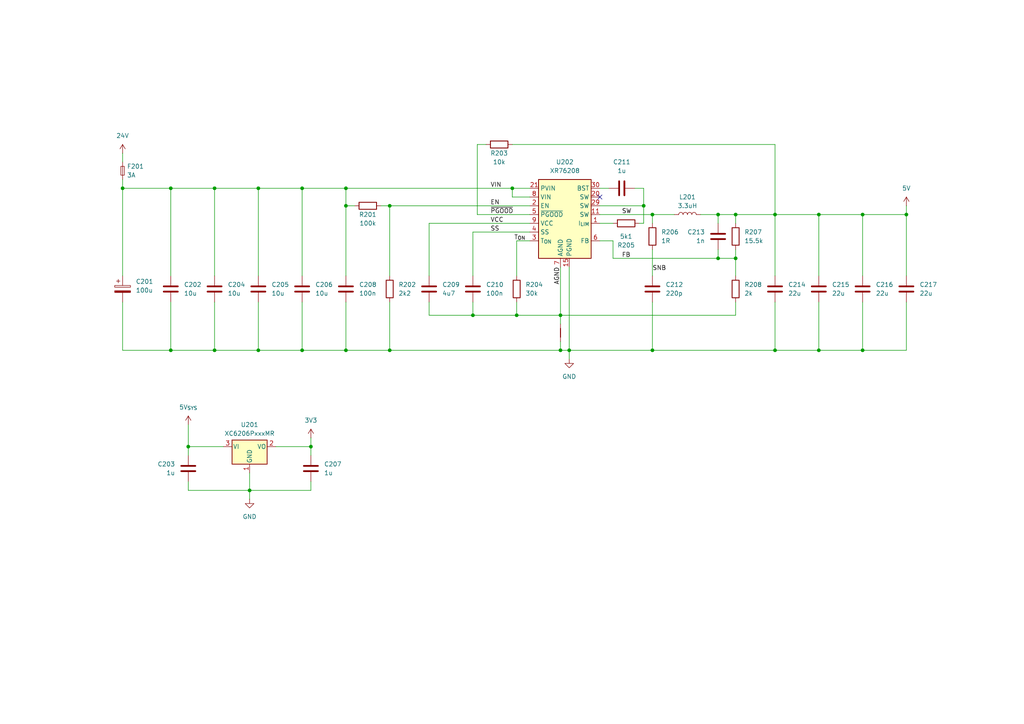
<source format=kicad_sch>
(kicad_sch (version 20250114) (generator "eeschema") (generator_version "9.0")
  (paper "A4")
  (title_block (title "EWS - Power, CANbus and USB HAT for 3D Printers") (date "2025-12-04") (rev "0.1") (company "Eduard Iten"))
  (lib_symbols
    (symbol "Device:C" (pin_numbers (hide yes)) (pin_names (offset 0.254))
      (property "Reference" "C" (at 0.635 2.54 0))
      (property "Value" "C" (at 0.635 -2.54 0))
      (symbol "C_0_1"
        (polyline (pts (xy -2.032 0.762) (xy 2.032 0.762)) (stroke (width 0.508)))
        (polyline (pts (xy -2.032 -0.762) (xy 2.032 -0.762)) (stroke (width 0.508)))
      )
      (symbol "C_1_1"
        (pin passive line (at 0 3.81 270) (length 2.794) (name "~") (number "1"))
        (pin passive line (at 0 -3.81 90) (length 2.794) (name "~") (number "2"))
      )
    )
    (symbol "Device:C_Polarized" (pin_numbers (hide yes)) (pin_names (offset 0.254))
      (property "Reference" "C" (at 0.635 2.54 0))
      (property "Value" "C_Polarized" (at 0.635 -2.54 0))
      (symbol "C_Polarized_0_1"
        (rectangle (start -2.286 0.508) (end 2.286 1.016))
        (polyline (pts (xy -1.778 2.286) (xy -0.762 2.286)))
        (polyline (pts (xy -1.27 2.794) (xy -1.27 1.778)))
        (rectangle (start 2.286 -0.508) (end -2.286 -1.016) (fill (type outline)))
      )
      (symbol "C_Polarized_1_1"
        (pin passive line (at 0 3.81 270) (length 2.794) (name "~") (number "1"))
        (pin passive line (at 0 -3.81 90) (length 2.794) (name "~") (number "2"))
      )
    )
    (symbol "Device:Fuse_Small" (pin_numbers (hide yes)) (pin_names (offset 0.254) (hide yes))
      (property "Reference" "F" (at 0 -1.524 0))
      (property "Value" "Fuse_Small" (at 0 1.524 0))
      (symbol "Fuse_Small_0_1"
        (rectangle (start -1.27 0.508) (end 1.27 -0.508))
        (polyline (pts (xy -1.27 0) (xy 1.27 0)))
      )
      (symbol "Fuse_Small_1_1"
        (pin passive line (at -2.54 0 0) (length 1.27) (name "~") (number "1"))
        (pin passive line (at 2.54 0 180) (length 1.27) (name "~") (number "2"))
      )
    )
    (symbol "Device:L" (pin_numbers (hide yes)) (pin_names (offset 1.016) (hide yes))
      (property "Reference" "L" (at -1.27 0 90))
      (property "Value" "L" (at 1.905 0 90))
      (symbol "L_0_1"
        (arc (start 0 2.54) (mid 0.6323 1.905) (end 0 1.27))
        (arc (start 0 1.27) (mid 0.6323 0.635) (end 0 0))
        (arc (start 0 0) (mid 0.6323 -0.635) (end 0 -1.27))
        (arc (start 0 -1.27) (mid 0.6323 -1.905) (end 0 -2.54))
      )
      (symbol "L_1_1"
        (pin passive line (at 0 3.81 270) (length 1.27) (name "1") (number "1"))
        (pin passive line (at 0 -3.81 90) (length 1.27) (name "2") (number "2"))
      )
    )
    (symbol "Device:NetTie_2" (pin_numbers (hide yes)) (pin_names (offset 0) (hide yes)) (in_bom no)
      (property "Reference" "NT" (at 0 1.27 0))
      (property "Value" "NetTie_2" (at 0 -1.27 0))
      (symbol "NetTie_2_0_1"
        (polyline (pts (xy -1.27 0) (xy 1.27 0)) (stroke (width 0.254)))
      )
      (symbol "NetTie_2_1_1"
        (pin passive line (at -2.54 0 0) (length 2.54) (name "1") (number "1"))
        (pin passive line (at 2.54 0 180) (length 2.54) (name "2") (number "2"))
      )
    )
    (symbol "Device:R" (pin_numbers (hide yes)) (pin_names (offset 0))
      (property "Reference" "R" (at 2.032 0 90))
      (property "Value" "R" (at 0 0 90))
      (symbol "R_0_1"
        (rectangle (start -1.016 -2.54) (end 1.016 2.54) (stroke (width 0.254)))
      )
      (symbol "R_1_1"
        (pin passive line (at 0 3.81 270) (length 1.27) (name "~") (number "1"))
        (pin passive line (at 0 -3.81 90) (length 1.27) (name "~") (number "2"))
      )
    )
    (symbol "Regulator_Linear:XC6206PxxxMR" (pin_names (offset 0.254))
      (property "Reference" "U" (at -3.81 3.175 0))
      (property "Value" "XC6206PxxxMR" (at 0 3.175 0))
      (symbol "XC6206PxxxMR_0_1"
        (rectangle (start -5.08 1.905) (end 5.08 -5.08) (stroke (width 0.254)) (fill (type background)))
      )
      (symbol "XC6206PxxxMR_1_1"
        (pin power_in line (at -7.62 0 0) (length 2.54) (name "VI") (number "3"))
        (pin power_in line (at 0 -7.62 90) (length 2.54) (name "GND") (number "1"))
        (pin power_out line (at 7.62 0 180) (length 2.54) (name "VO") (number "2"))
      )
    )
    (symbol "power:+24V" (power) (pin_numbers (hide yes)) (pin_names (offset 0) (hide yes))
      (property "Value" "+24V" (at 0 3.556 0))
      (symbol "+24V_0_1"
        (polyline (pts (xy -0.762 1.27) (xy 0 2.54)))
        (polyline (pts (xy 0 2.54) (xy 0.762 1.27)))
        (polyline (pts (xy 0 0) (xy 0 2.54)))
      )
      (symbol "+24V_1_1"
        (pin power_in line (at 0 0 90) (length 0) (name "~") (number "1"))
      )
    )
    (symbol "power:+3.3V" (power) (pin_numbers (hide yes)) (pin_names (offset 0) (hide yes))
      (property "Value" "+3.3V" (at 0 3.556 0))
      (symbol "+3.3V_0_1"
        (polyline (pts (xy -0.762 1.27) (xy 0 2.54)))
        (polyline (pts (xy 0 2.54) (xy 0.762 1.27)))
        (polyline (pts (xy 0 0) (xy 0 2.54)))
      )
      (symbol "+3.3V_1_1"
        (pin power_in line (at 0 0 90) (length 0) (name "~") (number "1"))
      )
    )
    (symbol "power:+5V" (power) (pin_numbers (hide yes)) (pin_names (offset 0) (hide yes))
      (property "Value" "+5V" (at 0 3.556 0))
      (symbol "+5V_0_1"
        (polyline (pts (xy -0.762 1.27) (xy 0 2.54)))
        (polyline (pts (xy 0 2.54) (xy 0.762 1.27)))
        (polyline (pts (xy 0 0) (xy 0 2.54)))
      )
      (symbol "+5V_1_1"
        (pin power_in line (at 0 0 90) (length 0) (name "~") (number "1"))
      )
    )
    (symbol "power:GND" (power) (pin_numbers (hide yes)) (pin_names (offset 0) (hide yes))
      (property "Value" "GND" (at 0 -3.81 0))
      (symbol "GND_0_1"
        (polyline (pts (xy 0 0) (xy 0 -1.27) (xy 1.27 -1.27) (xy 0 -2.54) (xy -1.27 -1.27) (xy 0 -1.27)))
      )
      (symbol "GND_1_1"
        (pin power_in line (at 0 0 270) (length 0) (name "~") (number "1"))
      )
    )
    (symbol "project:XR76208"
      (property "Reference" "U" (at 0 15.24 0))
      (property "Value" "XR76208" (at 0 12.7 0))
      (symbol "XR76208_1_1"
        (rectangle (start -7.62 11.43) (end 7.62 -11.43) (stroke (width 0.254)) (fill (type background)))
        (pin power_in line (at -10.16 8.89 0) (length 2.54) (name "PVIN") (number "21"))
        (pin passive line (at -10.16 8.89 0) (length 2.54) (hide yes) (name "PVIN") (number "22"))
        (pin passive line (at -10.16 8.89 0) (length 2.54) (hide yes) (name "PVIN") (number "23"))
        (pin passive line (at -10.16 8.89 0) (length 2.54) (hide yes) (name "PVIN") (number "24"))
        (pin passive line (at -10.16 8.89 0) (length 2.54) (hide yes) (name "PVIN") (number "25"))
        (pin passive line (at -10.16 8.89 0) (length 2.54) (hide yes) (name "PVIN") (number "26"))
        (pin passive line (at -10.16 8.89 0) (length 2.54) (hide yes) (name "PVIN") (number "27"))
        (pin passive line (at -10.16 8.89 0) (length 2.54) (hide yes) (name "PVIN") (number "28"))
        (pin power_in line (at -10.16 6.35 0) (length 2.54) (name "VIN") (number "8"))
        (pin passive line (at -10.16 3.81 0) (length 2.54) (name "EN") (number "2"))
        (pin passive line (at -10.16 1.27 0) (length 2.54) (name "~{PGOOD}") (number "5"))
        (pin passive line (at -10.16 -1.27 0) (length 2.54) (name "VCC") (number "9"))
        (pin passive line (at -10.16 -3.81 0) (length 2.54) (name "SS") (number "4"))
        (pin passive line (at -10.16 -6.35 0) (length 2.54) (name "T_{ON}") (number "3"))
        (pin passive line (at -1.27 -13.97 90) (length 2.54) (hide yes) (name "AGND") (number "10"))
        (pin passive line (at -1.27 -13.97 90) (length 2.54) (hide yes) (name "AGND") (number "31"))
        (pin passive line (at -1.27 -13.97 90) (length 2.54) (name "AGND") (number "7"))
        (pin passive line (at 1.27 -13.97 90) (length 2.54) (name "PGND") (number "15"))
        (pin passive line (at 1.27 -13.97 90) (length 2.54) (hide yes) (name "PGND") (number "16"))
        (pin passive line (at 1.27 -13.97 90) (length 2.54) (hide yes) (name "PGND") (number "17"))
        (pin passive line (at 1.27 -13.97 90) (length 2.54) (hide yes) (name "PGND") (number "18"))
        (pin passive line (at 1.27 -13.97 90) (length 2.54) (hide yes) (name "PGND") (number "19"))
        (pin passive line (at 10.16 8.89 180) (length 2.54) (name "BST") (number "30"))
        (pin passive line (at 10.16 6.35 180) (length 2.54) (name "SW") (number "20"))
        (pin power_out line (at 10.16 3.81 180) (length 2.54) (name "SW") (number "29"))
        (pin passive line (at 10.16 1.27 180) (length 2.54) (name "SW") (number "11"))
        (pin passive line (at 10.16 1.27 180) (length 2.54) (hide yes) (name "SW") (number "12"))
        (pin passive line (at 10.16 1.27 180) (length 2.54) (hide yes) (name "SW") (number "13"))
        (pin passive line (at 10.16 1.27 180) (length 2.54) (hide yes) (name "SW") (number "14"))
        (pin passive line (at 10.16 -1.27 180) (length 2.54) (name "I_{LIM}") (number "1"))
        (pin passive line (at 10.16 -6.35 180) (length 2.54) (name "FB") (number "6"))
      )
    )
  )
  (junction (at 113.03 59.69))
  (junction (at 54.61 129.54))
  (junction (at 74.93 54.61))
  (junction (at 90.17 129.54))
  (junction (at 74.93 101.6))
  (junction (at 250.19 62.23))
  (junction (at 62.23 54.61))
  (junction (at 262.89 62.23))
  (junction (at 62.23 101.6))
  (junction (at 149.86 91.44))
  (junction (at 237.49 101.6))
  (junction (at 224.79 101.6))
  (junction (at 137.16 91.44))
  (junction (at 49.53 54.61))
  (junction (at 224.79 62.23))
  (junction (at 186.69 59.69))
  (junction (at 162.56 91.44))
  (junction (at 100.33 54.61))
  (junction (at 87.63 101.6))
  (junction (at 87.63 54.61))
  (junction (at 213.36 74.93))
  (junction (at 100.33 101.6))
  (junction (at 237.49 62.23))
  (junction (at 49.53 101.6))
  (junction (at 113.03 101.6))
  (junction (at 35.56 54.61))
  (junction (at 148.59 54.61))
  (junction (at 72.39 142.24))
  (junction (at 162.56 101.6))
  (junction (at 250.19 101.6))
  (junction (at 100.33 59.69))
  (junction (at 189.23 101.6))
  (junction (at 165.1 101.6))
  (junction (at 208.28 74.93))
  (junction (at 208.28 62.23))
  (junction (at 213.36 62.23))
  (junction (at 189.23 62.23))
  (no_connect (at 173.99 57.15))
  (wire (pts (xy 35.56 101.6) (xy 49.53 101.6)))
  (wire (pts (xy 137.16 67.31) (xy 153.67 67.31)))
  (wire (pts (xy 250.19 62.23) (xy 237.49 62.23)))
  (wire (pts (xy 80.01 129.54) (xy 90.17 129.54)))
  (wire (pts (xy 189.23 101.6) (xy 224.79 101.6)))
  (wire (pts (xy 113.03 87.63) (xy 113.03 101.6)))
  (wire (pts (xy 208.28 62.23) (xy 213.36 62.23)))
  (wire (pts (xy 224.79 101.6) (xy 237.49 101.6)))
  (wire (pts (xy 213.36 87.63) (xy 213.36 91.44)))
  (wire (pts (xy 149.86 91.44) (xy 149.86 87.63)))
  (wire (pts (xy 35.56 87.63) (xy 35.56 101.6)))
  (wire (pts (xy 262.89 87.63) (xy 262.89 101.6)))
  (wire (pts (xy 72.39 142.24) (xy 90.17 142.24)))
  (wire (pts (xy 54.61 123.19) (xy 54.61 129.54)))
  (wire (pts (xy 74.93 54.61) (xy 74.93 80.01)))
  (wire (pts (xy 189.23 72.39) (xy 189.23 80.01)))
  (wire (pts (xy 148.59 41.91) (xy 224.79 41.91)))
  (wire (pts (xy 203.2 62.23) (xy 208.28 62.23)))
  (wire (pts (xy 110.49 59.69) (xy 113.03 59.69)))
  (wire (pts (xy 208.28 74.93) (xy 213.36 74.93)))
  (wire (pts (xy 35.56 54.61) (xy 49.53 54.61)))
  (wire (pts (xy 49.53 54.61) (xy 49.53 80.01)))
  (wire (pts (xy 54.61 139.7) (xy 54.61 142.24)))
  (wire (pts (xy 262.89 59.69) (xy 262.89 62.23)))
  (wire (pts (xy 173.99 62.23) (xy 189.23 62.23)))
  (wire (pts (xy 62.23 80.01) (xy 62.23 54.61)))
  (wire (pts (xy 35.56 44.45) (xy 35.56 46.99)))
  (wire (pts (xy 137.16 87.63) (xy 137.16 91.44)))
  (wire (pts (xy 72.39 142.24) (xy 72.39 144.78)))
  (wire (pts (xy 189.23 62.23) (xy 189.23 64.77)))
  (wire (pts (xy 100.33 101.6) (xy 113.03 101.6)))
  (wire (pts (xy 250.19 87.63) (xy 250.19 101.6)))
  (wire (pts (xy 49.53 101.6) (xy 62.23 101.6)))
  (wire (pts (xy 149.86 69.85) (xy 149.86 80.01)))
  (wire (pts (xy 137.16 91.44) (xy 149.86 91.44)))
  (wire (pts (xy 262.89 62.23) (xy 250.19 62.23)))
  (wire (pts (xy 49.53 87.63) (xy 49.53 101.6)))
  (wire (pts (xy 250.19 80.01) (xy 250.19 62.23)))
  (wire (pts (xy 149.86 69.85) (xy 153.67 69.85)))
  (wire (pts (xy 90.17 127) (xy 90.17 129.54)))
  (wire (pts (xy 162.56 91.44) (xy 162.56 93.98)))
  (wire (pts (xy 162.56 101.6) (xy 165.1 101.6)))
  (wire (pts (xy 237.49 62.23) (xy 224.79 62.23)))
  (wire (pts (xy 165.1 77.47) (xy 165.1 101.6)))
  (wire (pts (xy 186.69 54.61) (xy 186.69 59.69)))
  (wire (pts (xy 208.28 62.23) (xy 208.28 64.77)))
  (wire (pts (xy 35.56 52.07) (xy 35.56 54.61)))
  (wire (pts (xy 148.59 57.15) (xy 153.67 57.15)))
  (wire (pts (xy 100.33 54.61) (xy 100.33 59.69)))
  (wire (pts (xy 208.28 72.39) (xy 208.28 74.93)))
  (wire (pts (xy 262.89 101.6) (xy 250.19 101.6)))
  (wire (pts (xy 100.33 87.63) (xy 100.33 101.6)))
  (wire (pts (xy 74.93 54.61) (xy 87.63 54.61)))
  (wire (pts (xy 162.56 91.44) (xy 149.86 91.44)))
  (wire (pts (xy 54.61 142.24) (xy 72.39 142.24)))
  (wire (pts (xy 177.8 74.93) (xy 177.8 69.85)))
  (wire (pts (xy 87.63 54.61) (xy 87.63 80.01)))
  (wire (pts (xy 74.93 87.63) (xy 74.93 101.6)))
  (wire (pts (xy 184.15 54.61) (xy 186.69 54.61)))
  (wire (pts (xy 162.56 99.06) (xy 162.56 101.6)))
  (wire (pts (xy 177.8 74.93) (xy 208.28 74.93)))
  (wire (pts (xy 213.36 62.23) (xy 224.79 62.23)))
  (wire (pts (xy 224.79 62.23) (xy 224.79 80.01)))
  (wire (pts (xy 124.46 64.77) (xy 153.67 64.77)))
  (wire (pts (xy 54.61 129.54) (xy 54.61 132.08)))
  (wire (pts (xy 35.56 80.01) (xy 35.56 54.61)))
  (wire (pts (xy 237.49 80.01) (xy 237.49 62.23)))
  (wire (pts (xy 87.63 54.61) (xy 100.33 54.61)))
  (wire (pts (xy 113.03 101.6) (xy 162.56 101.6)))
  (wire (pts (xy 213.36 62.23) (xy 213.36 64.77)))
  (wire (pts (xy 49.53 54.61) (xy 62.23 54.61)))
  (wire (pts (xy 124.46 80.01) (xy 124.46 64.77)))
  (wire (pts (xy 237.49 87.63) (xy 237.49 101.6)))
  (wire (pts (xy 100.33 80.01) (xy 100.33 59.69)))
  (wire (pts (xy 148.59 57.15) (xy 148.59 54.61)))
  (wire (pts (xy 124.46 91.44) (xy 137.16 91.44)))
  (wire (pts (xy 237.49 101.6) (xy 250.19 101.6)))
  (wire (pts (xy 213.36 91.44) (xy 162.56 91.44)))
  (wire (pts (xy 87.63 87.63) (xy 87.63 101.6)))
  (wire (pts (xy 138.43 62.23) (xy 138.43 41.91)))
  (wire (pts (xy 90.17 142.24) (xy 90.17 139.7)))
  (wire (pts (xy 100.33 54.61) (xy 148.59 54.61)))
  (wire (pts (xy 62.23 87.63) (xy 62.23 101.6)))
  (wire (pts (xy 138.43 41.91) (xy 140.97 41.91)))
  (wire (pts (xy 262.89 80.01) (xy 262.89 62.23)))
  (wire (pts (xy 102.87 59.69) (xy 100.33 59.69)))
  (wire (pts (xy 224.79 41.91) (xy 224.79 62.23)))
  (wire (pts (xy 177.8 69.85) (xy 173.99 69.85)))
  (wire (pts (xy 162.56 77.47) (xy 162.56 91.44)))
  (wire (pts (xy 62.23 54.61) (xy 74.93 54.61)))
  (wire (pts (xy 189.23 62.23) (xy 195.58 62.23)))
  (wire (pts (xy 62.23 101.6) (xy 74.93 101.6)))
  (wire (pts (xy 173.99 59.69) (xy 186.69 59.69)))
  (wire (pts (xy 87.63 101.6) (xy 100.33 101.6)))
  (wire (pts (xy 54.61 129.54) (xy 64.77 129.54)))
  (wire (pts (xy 213.36 74.93) (xy 213.36 80.01)))
  (wire (pts (xy 185.42 64.77) (xy 186.69 64.77)))
  (wire (pts (xy 74.93 101.6) (xy 87.63 101.6)))
  (wire (pts (xy 138.43 62.23) (xy 153.67 62.23)))
  (wire (pts (xy 165.1 101.6) (xy 165.1 104.14)))
  (wire (pts (xy 137.16 80.01) (xy 137.16 67.31)))
  (wire (pts (xy 124.46 87.63) (xy 124.46 91.44)))
  (wire (pts (xy 113.03 59.69) (xy 113.03 80.01)))
  (wire (pts (xy 224.79 87.63) (xy 224.79 101.6)))
  (wire (pts (xy 148.59 54.61) (xy 153.67 54.61)))
  (wire (pts (xy 165.1 101.6) (xy 189.23 101.6)))
  (wire (pts (xy 173.99 64.77) (xy 177.8 64.77)))
  (wire (pts (xy 213.36 72.39) (xy 213.36 74.93)))
  (wire (pts (xy 90.17 132.08) (xy 90.17 129.54)))
  (wire (pts (xy 173.99 54.61) (xy 176.53 54.61)))
  (wire (pts (xy 186.69 64.77) (xy 186.69 59.69)))
  (wire (pts (xy 113.03 59.69) (xy 153.67 59.69)))
  (wire (pts (xy 72.39 137.16) (xy 72.39 142.24)))
  (wire (pts (xy 189.23 87.63) (xy 189.23 101.6)))
  (label "FB" (at 180.34 74.93 0))
  (label "~{PGOOD}" (at 142.24 62.23 0))
  (label "SW" (at 180.34 62.23 0))
  (label "VCC" (at 142.24 64.77 0))
  (label "VIN" (at 142.24 54.61 0))
  (label "EN" (at 142.24 59.69 0))
  (label "AGND" (at 162.56 82.55 90))
  (label "SS" (at 142.24 67.31 0))
  (label "T_{ON}" (at 152.4 69.85 180))
  (label "SNB" (at 189.23 78.74 0))
  (symbol (lib_id "Device:C") (at 74.93 83.82 0) (unit 1)
    (property "Reference" "C205" (at 78.74 82.5499 0) (effects (justify left)))
    (property "Value" "10u" (at 78.74 85.0899 0) (effects (justify left)))
    (property "Footprint" "Capacitor_SMD:C_1206_3216Metric" (effects (hide yes)))
    (property "Description" "Unpolarized capacitor" (effects (hide yes)))
    (property "Manufacturer Part #" "CL31A106KBHNNNE" (effects (hide yes)))
    (property "LCSC Part #" "C13585" (effects (hide yes)))
  )
  (symbol (lib_id "Device:R") (at 213.36 68.58 0) (unit 1)
    (property "Reference" "R207" (at 215.9 67.3099 0) (effects (justify left)))
    (property "Value" "15.5k" (at 215.9 69.8499 0) (effects (justify left)))
    (property "Footprint" "Resistor_SMD:R_0402_1005Metric" (effects (hide yes)))
    (property "Description" "Resistor" (effects (hide yes)))
  )
  (symbol (lib_id "Device:NetTie_2") (at 162.56 96.52 90) (unit 1) (in_bom no)
    (property "Reference" "NT201" (effects (hide yes)))
    (property "Value" "NetTie_2" (effects (hide yes)))
    (property "Footprint" "NetTie:NetTie-2_SMD_Pad0.5mm" (effects (hide yes)))
    (property "Description" "Net tie, 2 pins" (effects (hide yes)))
  )
  (symbol (lib_id "Device:R") (at 113.03 83.82 0) (unit 1)
    (property "Reference" "R202" (at 115.57 82.5499 0) (effects (justify left)))
    (property "Value" "2k2" (at 115.57 85.0899 0) (effects (justify left)))
    (property "Footprint" "Resistor_SMD:R_0402_1005Metric" (effects (hide yes)))
    (property "Description" "Resistor" (effects (hide yes)))
  )
  (symbol (lib_id "Device:C") (at 62.23 83.82 0) (unit 1)
    (property "Reference" "C204" (at 66.04 82.5499 0) (effects (justify left)))
    (property "Value" "10u" (at 66.04 85.0899 0) (effects (justify left)))
    (property "Footprint" "Capacitor_SMD:C_1206_3216Metric" (effects (hide yes)))
    (property "Description" "Unpolarized capacitor" (effects (hide yes)))
    (property "Manufacturer Part #" "CL31A106KBHNNNE" (effects (hide yes)))
    (property "LCSC Part #" "C13585" (effects (hide yes)))
  )
  (symbol (lib_id "power:+24V") (at 35.56 44.45 0) (unit 1)
    (property "Reference" "#PWR0201" (effects (hide yes)))
    (property "Value" "24V" (at 35.56 39.37 0))
    (property "Description" "Power symbol creates a global label with name \"+24V\"" (effects (hide yes)))
  )
  (symbol (lib_id "Device:C") (at 224.79 83.82 0) (unit 1)
    (property "Reference" "C214" (at 228.6 82.5499 0) (effects (justify left)))
    (property "Value" "22u" (at 228.6 85.0899 0) (effects (justify left)))
    (property "Footprint" "Capacitor_SMD:C_1206_3216Metric" (effects (hide yes)))
    (property "Description" "Unpolarized capacitor" (effects (hide yes)))
  )
  (symbol (lib_id "Device:C") (at 87.63 83.82 0) (unit 1)
    (property "Reference" "C206" (at 91.44 82.5499 0) (effects (justify left)))
    (property "Value" "10u" (at 91.44 85.0899 0) (effects (justify left)))
    (property "Footprint" "Capacitor_SMD:C_1206_3216Metric" (effects (hide yes)))
    (property "Description" "Unpolarized capacitor" (effects (hide yes)))
    (property "Manufacturer Part #" "CL31A106KBHNNNE" (effects (hide yes)))
    (property "LCSC Part #" "C13585" (effects (hide yes)))
  )
  (symbol (lib_id "Device:R") (at 181.61 64.77 270) (unit 1)
    (property "Reference" "R205" (at 181.61 71.12 90))
    (property "Value" "5k1" (at 181.61 68.58 90))
    (property "Footprint" "Resistor_SMD:R_0402_1005Metric" (effects (hide yes)))
    (property "Description" "Resistor" (effects (hide yes)))
  )
  (symbol (lib_id "Device:C_Polarized") (at 35.56 83.82 0) (unit 1)
    (property "Reference" "C201" (at 39.37 81.6609 0) (effects (justify left)))
    (property "Value" "100u" (at 39.37 84.2009 0) (effects (justify left)))
    (property "Footprint" "Capacitor_SMD:CP_Elec_6.3x7.7" (effects (hide yes)))
    (property "Description" "Polarized capacitor" (effects (hide yes)))
    (property "Manufacturer Part #" "RVT1H101M0607" (effects (hide yes)))
    (property "LCSC Part #" "C3151829" (effects (hide yes)))
  )
  (symbol (lib_id "power:GND") (at 72.39 144.78 0) (unit 1)
    (property "Reference" "#PWR0202" (effects (hide yes)))
    (property "Value" "GND" (at 72.39 149.86 0))
    (property "Description" "Power symbol creates a global label with name \"GND\" , ground" (effects (hide yes)))
  )
  (symbol (lib_id "Device:R") (at 213.36 83.82 0) (unit 1)
    (property "Reference" "R208" (at 215.9 82.5499 0) (effects (justify left)))
    (property "Value" "2k" (at 215.9 85.0899 0) (effects (justify left)))
    (property "Footprint" "Resistor_SMD:R_0402_1005Metric" (effects (hide yes)))
    (property "Description" "Resistor" (effects (hide yes)))
  )
  (symbol (lib_id "Device:C") (at 54.61 135.89 0) (mirror x) (unit 1)
    (property "Reference" "C203" (at 50.8 134.6199 0) (effects (justify right)))
    (property "Value" "1u" (at 50.8 137.1599 0) (effects (justify right)))
    (property "Footprint" "Capacitor_SMD:C_0402_1005Metric" (effects (hide yes)))
    (property "Description" "Unpolarized capacitor" (effects (hide yes)))
  )
  (symbol (lib_id "Device:R") (at 144.78 41.91 90) (mirror x) (unit 1)
    (property "Reference" "R203" (at 144.78 44.45 90))
    (property "Value" "10k" (at 144.78 46.99 90))
    (property "Footprint" "Resistor_SMD:R_0402_1005Metric" (effects (hide yes)))
    (property "Description" "Resistor" (effects (hide yes)))
  )
  (symbol (lib_id "Device:C") (at 100.33 83.82 0) (unit 1)
    (property "Reference" "C208" (at 104.14 82.5499 0) (effects (justify left)))
    (property "Value" "100n" (at 104.14 85.0899 0) (effects (justify left)))
    (property "Footprint" "Capacitor_SMD:C_0402_1005Metric" (effects (hide yes)))
    (property "Description" "Unpolarized capacitor" (effects (hide yes)))
  )
  (symbol (lib_id "power:+3.3V") (at 90.17 127 0) (unit 1)
    (property "Reference" "#PWR0203" (effects (hide yes)))
    (property "Value" "3V3" (at 90.17 121.92 0))
    (property "Description" "Power symbol creates a global label with name \"+3.3V\"" (effects (hide yes)))
  )
  (symbol (lib_id "Device:R") (at 149.86 83.82 0) (unit 1)
    (property "Reference" "R204" (at 152.4 82.5499 0) (effects (justify left)))
    (property "Value" "30k" (at 152.4 85.0899 0) (effects (justify left)))
    (property "Footprint" "Resistor_SMD:R_0402_1005Metric" (effects (hide yes)))
    (property "Description" "Resistor" (effects (hide yes)))
  )
  (symbol (lib_id "Device:C") (at 49.53 83.82 0) (unit 1)
    (property "Reference" "C202" (at 53.34 82.5499 0) (effects (justify left)))
    (property "Value" "10u" (at 53.34 85.0899 0) (effects (justify left)))
    (property "Footprint" "Capacitor_SMD:C_1206_3216Metric" (effects (hide yes)))
    (property "Description" "Unpolarized capacitor" (effects (hide yes)))
    (property "Manufacturer Part #" "CL31A106KBHNNNE" (effects (hide yes)))
    (property "LCSC Part #" "C13585" (effects (hide yes)))
  )
  (symbol (lib_id "Device:R") (at 189.23 68.58 0) (unit 1)
    (property "Reference" "R206" (at 191.77 67.3099 0) (effects (justify left)))
    (property "Value" "1R" (at 191.77 69.8499 0) (effects (justify left)))
    (property "Footprint" "Resistor_SMD:R_0603_1608Metric" (effects (hide yes)))
    (property "Description" "Resistor" (effects (hide yes)))
  )
  (symbol (lib_id "Device:C") (at 250.19 83.82 0) (unit 1)
    (property "Reference" "C216" (at 254 82.5499 0) (effects (justify left)))
    (property "Value" "22u" (at 254 85.0899 0) (effects (justify left)))
    (property "Footprint" "Capacitor_SMD:C_1206_3216Metric" (effects (hide yes)))
    (property "Description" "Unpolarized capacitor" (effects (hide yes)))
  )
  (symbol (lib_id "power:GND") (at 165.1 104.14 0) (unit 1)
    (property "Reference" "#PWR0204" (effects (hide yes)))
    (property "Value" "GND" (at 165.1 109.22 0))
    (property "Description" "Power symbol creates a global label with name \"GND\" , ground" (effects (hide yes)))
  )
  (symbol (lib_id "Device:L") (at 199.39 62.23 90) (unit 1)
    (property "Reference" "L201" (at 199.39 57.15 90))
    (property "Value" "3.3uH" (at 199.39 59.69 90))
    (property "Footprint" "Inductor_SMD:L_APV_APH1050" (effects (hide yes)))
    (property "Description" "Inductor" (effects (hide yes)))
    (property "Manufacturer Part #" "MDA1050-3R3M" (effects (hide yes)))
    (property "LCSC Part #" "C2847560" (effects (hide yes)))
  )
  (symbol (lib_id "project:XR76208") (at 163.83 63.5 0) (unit 1)
    (property "Reference" "U202" (at 163.83 46.99 0))
    (property "Value" "XR76208" (at 163.83 49.53 0))
    (property "Footprint" "project:IC_XR76203ELTR-F" (effects (hide yes)))
  )
  (symbol (lib_id "Device:C") (at 208.28 68.58 0) (mirror y) (unit 1)
    (property "Reference" "C213" (at 204.47 67.3099 0) (effects (justify left)))
    (property "Value" "1n" (at 204.47 69.8499 0) (effects (justify left)))
    (property "Footprint" "Capacitor_SMD:C_0402_1005Metric" (effects (hide yes)))
    (property "Description" "Unpolarized capacitor" (effects (hide yes)))
  )
  (symbol (lib_id "Device:Fuse_Small") (at 35.56 49.53 90) (unit 1)
    (property "Reference" "F201" (at 36.83 48.2599 90) (effects (justify right)))
    (property "Value" "3A" (at 36.83 50.7999 90) (effects (justify right)))
    (property "Footprint" "Fuse:Fuse_1206_3216Metric_Pad1.42x1.75mm_HandSolder" (effects (hide yes)))
    (property "Description" "Fuse, small symbol" (effects (hide yes)))
  )
  (symbol (lib_id "Device:C") (at 137.16 83.82 0) (unit 1)
    (property "Reference" "C210" (at 140.97 82.5499 0) (effects (justify left)))
    (property "Value" "100n" (at 140.97 85.0899 0) (effects (justify left)))
    (property "Footprint" "Capacitor_SMD:C_0402_1005Metric" (effects (hide yes)))
    (property "Description" "Unpolarized capacitor" (effects (hide yes)))
  )
  (symbol (lib_id "Device:R") (at 106.68 59.69 90) (mirror x) (unit 1)
    (property "Reference" "R201" (at 106.68 62.23 90))
    (property "Value" "100k" (at 106.68 64.77 90))
    (property "Footprint" "Resistor_SMD:R_0402_1005Metric" (effects (hide yes)))
    (property "Description" "Resistor" (effects (hide yes)))
  )
  (symbol (lib_id "Device:C") (at 262.89 83.82 0) (unit 1)
    (property "Reference" "C217" (at 266.7 82.5499 0) (effects (justify left)))
    (property "Value" "22u" (at 266.7 85.0899 0) (effects (justify left)))
    (property "Footprint" "Capacitor_SMD:C_1206_3216Metric" (effects (hide yes)))
    (property "Description" "Unpolarized capacitor" (effects (hide yes)))
  )
  (symbol (lib_id "Device:C") (at 90.17 135.89 180) (unit 1)
    (property "Reference" "C207" (at 93.98 134.6199 0) (effects (justify right)))
    (property "Value" "1u" (at 93.98 137.1599 0) (effects (justify right)))
    (property "Footprint" "Capacitor_SMD:C_0402_1005Metric" (effects (hide yes)))
    (property "Description" "Unpolarized capacitor" (effects (hide yes)))
  )
  (symbol (lib_id "Device:C") (at 180.34 54.61 90) (unit 1)
    (property "Reference" "C211" (at 180.34 46.99 90))
    (property "Value" "1u" (at 180.34 49.53 90))
    (property "Footprint" "Capacitor_SMD:C_0402_1005Metric" (effects (hide yes)))
    (property "Description" "Unpolarized capacitor" (effects (hide yes)))
  )
  (symbol (lib_id "power:+3.3V") (at 262.89 59.69 0) (unit 1)
    (property "Reference" "#PWR0205" (effects (hide yes)))
    (property "Value" "5V" (at 262.89 54.61 0))
    (property "Description" "Power symbol creates a global label with name \"+3.3V\"" (effects (hide yes)))
  )
  (symbol (lib_id "Device:C") (at 237.49 83.82 0) (unit 1)
    (property "Reference" "C215" (at 241.3 82.5499 0) (effects (justify left)))
    (property "Value" "22u" (at 241.3 85.0899 0) (effects (justify left)))
    (property "Footprint" "Capacitor_SMD:C_1206_3216Metric" (effects (hide yes)))
    (property "Description" "Unpolarized capacitor" (effects (hide yes)))
  )
  (symbol (lib_id "Regulator_Linear:XC6206PxxxMR") (at 72.39 129.54 0) (unit 1)
    (property "Reference" "U201" (at 72.39 123.19 0))
    (property "Value" "XC6206PxxxMR" (at 72.39 125.73 0))
    (property "Footprint" "Package_TO_SOT_SMD:SOT-23-3" (effects (hide yes)))
    (property "Datasheet" "https://www.torexsemi.com/file/xc6206/XC6206.pdf" (effects (hide yes)))
    (property "Description" "Positive 60-250mA Low Dropout Regulator, Fixed Output, SOT-23" (effects (hide yes)))
  )
  (symbol (lib_id "power:+5V") (at 54.61 123.19 0) (unit 1)
    (property "Reference" "#PWR0206" (effects (hide yes)))
    (property "Value" "5V_{SYS}" (at 54.61 118.11 0))
    (property "Description" "Power symbol creates a global label with name \"+5V\"" (effects (hide yes)))
  )
  (symbol (lib_id "Device:C") (at 124.46 83.82 0) (unit 1)
    (property "Reference" "C209" (at 128.27 82.5499 0) (effects (justify left)))
    (property "Value" "4u7" (at 128.27 85.0899 0) (effects (justify left)))
    (property "Footprint" "Capacitor_SMD:C_0402_1005Metric" (effects (hide yes)))
    (property "Description" "Unpolarized capacitor" (effects (hide yes)))
    (property "Manufacturer Part #" "CL05A475MP5NRNC" (effects (hide yes)))
    (property "LCSC Part #" "C23733" (effects (hide yes)))
  )
  (symbol (lib_id "Device:C") (at 189.23 83.82 0) (unit 1)
    (property "Reference" "C212" (at 193.04 82.5499 0) (effects (justify left)))
    (property "Value" "220p" (at 193.04 85.0899 0) (effects (justify left)))
    (property "Footprint" "Capacitor_SMD:C_0603_1608Metric" (effects (hide yes)))
    (property "Description" "Unpolarized capacitor" (effects (hide yes)))
  )
)
</source>
